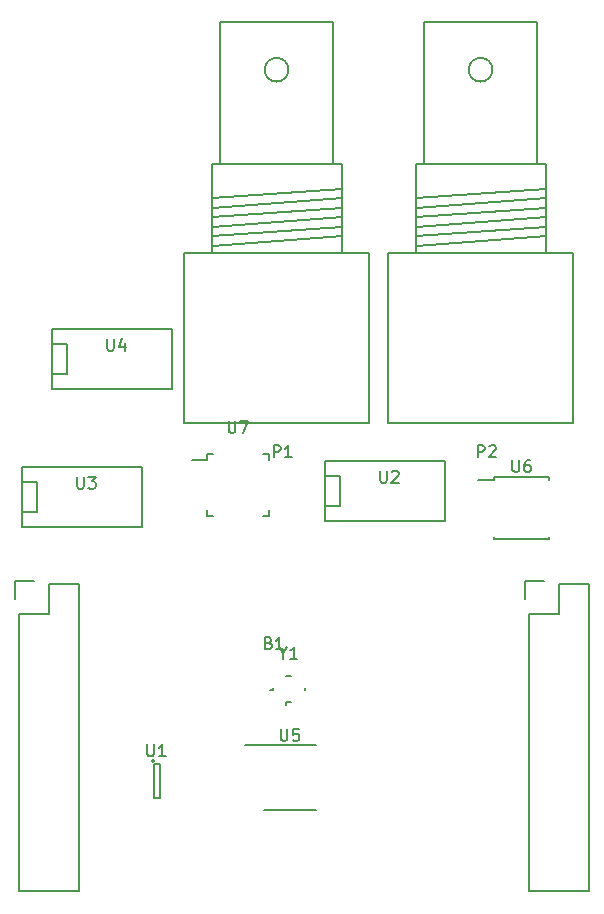
<source format=gbr>
G04 #@! TF.FileFunction,Legend,Top*
%FSLAX46Y46*%
G04 Gerber Fmt 4.6, Leading zero omitted, Abs format (unit mm)*
G04 Created by KiCad (PCBNEW 4.0.1-stable) date Monday, May 09, 2016 'AMt' 09:31:45 AM*
%MOMM*%
G01*
G04 APERTURE LIST*
%ADD10C,0.100000*%
%ADD11C,0.150000*%
G04 APERTURE END LIST*
D10*
D11*
X133604000Y-185039000D02*
X133604000Y-161544000D01*
X138684000Y-185039000D02*
X133604000Y-185039000D01*
X138684000Y-159004000D02*
X138684000Y-185039000D01*
X90424000Y-185039000D02*
X90424000Y-161544000D01*
X95504000Y-185039000D02*
X90424000Y-185039000D01*
X95504000Y-159004000D02*
X95504000Y-185039000D01*
X95504000Y-159004000D02*
X92964000Y-159004000D01*
X91694000Y-158724000D02*
X90144000Y-158724000D01*
X92964000Y-159004000D02*
X92964000Y-161544000D01*
X92964000Y-161544000D02*
X90424000Y-161544000D01*
X90144000Y-158724000D02*
X90144000Y-160274000D01*
X138684000Y-159004000D02*
X136144000Y-159004000D01*
X136144000Y-159004000D02*
X136144000Y-161544000D01*
X133324000Y-158724000D02*
X133324000Y-160274000D01*
X134874000Y-158724000D02*
X133324000Y-158724000D01*
X136144000Y-161544000D02*
X133604000Y-161544000D01*
X138684000Y-159004000D02*
X138684000Y-185039000D01*
X138684000Y-159004000D02*
X136144000Y-159004000D01*
X133604000Y-185039000D02*
X133604000Y-161544000D01*
X138684000Y-185039000D02*
X133604000Y-185039000D01*
X133324000Y-158724000D02*
X133324000Y-160274000D01*
X134874000Y-158724000D02*
X133324000Y-158724000D01*
X136144000Y-161544000D02*
X133604000Y-161544000D01*
X136144000Y-159004000D02*
X136144000Y-161544000D01*
X106768900Y-126375160D02*
X117767100Y-125575060D01*
X106768900Y-127175260D02*
X117767100Y-126375160D01*
X106768900Y-127975360D02*
X117767100Y-127175260D01*
X106768900Y-128775460D02*
X117767100Y-127975360D01*
X106768900Y-129575560D02*
X117767100Y-128775460D01*
X106768900Y-130375660D02*
X117767100Y-129575560D01*
X113268760Y-115476020D02*
G75*
G03X113268760Y-115476020I-1000760J0D01*
G01*
X117068600Y-123477020D02*
X117068600Y-111475520D01*
X117068600Y-111475520D02*
X107467400Y-111475520D01*
X107467400Y-111475520D02*
X107467400Y-123477020D01*
X117767100Y-130975100D02*
X117767100Y-123477020D01*
X117767100Y-123477020D02*
X106768900Y-123477020D01*
X106768900Y-123477020D02*
X106768900Y-130975100D01*
X104467660Y-145376900D02*
X120068340Y-145376900D01*
X120068340Y-145376900D02*
X120068340Y-130975100D01*
X120068340Y-130975100D02*
X104467660Y-130975100D01*
X104467660Y-130975100D02*
X104467660Y-145376900D01*
X124040900Y-126375160D02*
X135039100Y-125575060D01*
X124040900Y-127175260D02*
X135039100Y-126375160D01*
X124040900Y-127975360D02*
X135039100Y-127175260D01*
X124040900Y-128775460D02*
X135039100Y-127975360D01*
X124040900Y-129575560D02*
X135039100Y-128775460D01*
X124040900Y-130375660D02*
X135039100Y-129575560D01*
X130540760Y-115476020D02*
G75*
G03X130540760Y-115476020I-1000760J0D01*
G01*
X134340600Y-123477020D02*
X134340600Y-111475520D01*
X134340600Y-111475520D02*
X124739400Y-111475520D01*
X124739400Y-111475520D02*
X124739400Y-123477020D01*
X135039100Y-130975100D02*
X135039100Y-123477020D01*
X135039100Y-123477020D02*
X124040900Y-123477020D01*
X124040900Y-123477020D02*
X124040900Y-130975100D01*
X121739660Y-145376900D02*
X137340340Y-145376900D01*
X137340340Y-145376900D02*
X137340340Y-130975100D01*
X137340340Y-130975100D02*
X121739660Y-130975100D01*
X121739660Y-130975100D02*
X121739660Y-145376900D01*
X101908000Y-174002000D02*
G75*
G03X101908000Y-174002000I-100000J0D01*
G01*
X102358000Y-174252000D02*
X101858000Y-174252000D01*
X102358000Y-177152000D02*
X102358000Y-174252000D01*
X101858000Y-177152000D02*
X102358000Y-177152000D01*
X101858000Y-174252000D02*
X101858000Y-177152000D01*
X116332000Y-148590000D02*
X116332000Y-153670000D01*
X116332000Y-153670000D02*
X126492000Y-153670000D01*
X126492000Y-153670000D02*
X126492000Y-148590000D01*
X126492000Y-148590000D02*
X116332000Y-148590000D01*
X116332000Y-149860000D02*
X117602000Y-149860000D01*
X117602000Y-149860000D02*
X117602000Y-152400000D01*
X117602000Y-152400000D02*
X116332000Y-152400000D01*
X90678000Y-149098000D02*
X90678000Y-154178000D01*
X90678000Y-154178000D02*
X100838000Y-154178000D01*
X100838000Y-154178000D02*
X100838000Y-149098000D01*
X100838000Y-149098000D02*
X90678000Y-149098000D01*
X90678000Y-150368000D02*
X91948000Y-150368000D01*
X91948000Y-150368000D02*
X91948000Y-152908000D01*
X91948000Y-152908000D02*
X90678000Y-152908000D01*
X93218000Y-137414000D02*
X93218000Y-142494000D01*
X93218000Y-142494000D02*
X103378000Y-142494000D01*
X103378000Y-142494000D02*
X103378000Y-137414000D01*
X103378000Y-137414000D02*
X93218000Y-137414000D01*
X93218000Y-138684000D02*
X94488000Y-138684000D01*
X94488000Y-138684000D02*
X94488000Y-141224000D01*
X94488000Y-141224000D02*
X93218000Y-141224000D01*
X111182000Y-178138000D02*
X115582000Y-178138000D01*
X109607000Y-172688000D02*
X115582000Y-172688000D01*
X130673000Y-149999000D02*
X130673000Y-150224000D01*
X135323000Y-149999000D02*
X135323000Y-150224000D01*
X135323000Y-155249000D02*
X135323000Y-155024000D01*
X130673000Y-155249000D02*
X130673000Y-155024000D01*
X130673000Y-149999000D02*
X135323000Y-149999000D01*
X130673000Y-155249000D02*
X135323000Y-155249000D01*
X130673000Y-150224000D02*
X129323000Y-150224000D01*
X106341000Y-147997000D02*
X106341000Y-148507000D01*
X111591000Y-147997000D02*
X111591000Y-148507000D01*
X111591000Y-153247000D02*
X111591000Y-152737000D01*
X106341000Y-153247000D02*
X106341000Y-152737000D01*
X106341000Y-147997000D02*
X106851000Y-147997000D01*
X106341000Y-153247000D02*
X106851000Y-153247000D01*
X111591000Y-153247000D02*
X111081000Y-153247000D01*
X111591000Y-147997000D02*
X111081000Y-147997000D01*
X106341000Y-148507000D02*
X105116000Y-148507000D01*
X111934000Y-167994000D02*
X111684000Y-167994000D01*
X113084000Y-168994000D02*
X113084000Y-169294000D01*
X113484000Y-168994000D02*
X113084000Y-168994000D01*
X113084000Y-166794000D02*
X113484000Y-166794000D01*
X114634000Y-167994000D02*
X114634000Y-167794000D01*
X111934000Y-167994000D02*
X111934000Y-167794000D01*
X111609239Y-164012571D02*
X111752096Y-164060190D01*
X111799715Y-164107810D01*
X111847334Y-164203048D01*
X111847334Y-164345905D01*
X111799715Y-164441143D01*
X111752096Y-164488762D01*
X111656858Y-164536381D01*
X111275905Y-164536381D01*
X111275905Y-163536381D01*
X111609239Y-163536381D01*
X111704477Y-163584000D01*
X111752096Y-163631619D01*
X111799715Y-163726857D01*
X111799715Y-163822095D01*
X111752096Y-163917333D01*
X111704477Y-163964952D01*
X111609239Y-164012571D01*
X111275905Y-164012571D01*
X112799715Y-164536381D02*
X112228286Y-164536381D01*
X112514000Y-164536381D02*
X112514000Y-163536381D01*
X112418762Y-163679238D01*
X112323524Y-163774476D01*
X112228286Y-163822095D01*
X112037905Y-148280381D02*
X112037905Y-147280381D01*
X112418858Y-147280381D01*
X112514096Y-147328000D01*
X112561715Y-147375619D01*
X112609334Y-147470857D01*
X112609334Y-147613714D01*
X112561715Y-147708952D01*
X112514096Y-147756571D01*
X112418858Y-147804190D01*
X112037905Y-147804190D01*
X113561715Y-148280381D02*
X112990286Y-148280381D01*
X113276000Y-148280381D02*
X113276000Y-147280381D01*
X113180762Y-147423238D01*
X113085524Y-147518476D01*
X112990286Y-147566095D01*
X129309905Y-148280381D02*
X129309905Y-147280381D01*
X129690858Y-147280381D01*
X129786096Y-147328000D01*
X129833715Y-147375619D01*
X129881334Y-147470857D01*
X129881334Y-147613714D01*
X129833715Y-147708952D01*
X129786096Y-147756571D01*
X129690858Y-147804190D01*
X129309905Y-147804190D01*
X130262286Y-147375619D02*
X130309905Y-147328000D01*
X130405143Y-147280381D01*
X130643239Y-147280381D01*
X130738477Y-147328000D01*
X130786096Y-147375619D01*
X130833715Y-147470857D01*
X130833715Y-147566095D01*
X130786096Y-147708952D01*
X130214667Y-148280381D01*
X130833715Y-148280381D01*
X101296095Y-172604381D02*
X101296095Y-173413905D01*
X101343714Y-173509143D01*
X101391333Y-173556762D01*
X101486571Y-173604381D01*
X101677048Y-173604381D01*
X101772286Y-173556762D01*
X101819905Y-173509143D01*
X101867524Y-173413905D01*
X101867524Y-172604381D01*
X102867524Y-173604381D02*
X102296095Y-173604381D01*
X102581809Y-173604381D02*
X102581809Y-172604381D01*
X102486571Y-172747238D01*
X102391333Y-172842476D01*
X102296095Y-172890095D01*
X121031095Y-149439381D02*
X121031095Y-150248905D01*
X121078714Y-150344143D01*
X121126333Y-150391762D01*
X121221571Y-150439381D01*
X121412048Y-150439381D01*
X121507286Y-150391762D01*
X121554905Y-150344143D01*
X121602524Y-150248905D01*
X121602524Y-149439381D01*
X122031095Y-149534619D02*
X122078714Y-149487000D01*
X122173952Y-149439381D01*
X122412048Y-149439381D01*
X122507286Y-149487000D01*
X122554905Y-149534619D01*
X122602524Y-149629857D01*
X122602524Y-149725095D01*
X122554905Y-149867952D01*
X121983476Y-150439381D01*
X122602524Y-150439381D01*
X95377095Y-149947381D02*
X95377095Y-150756905D01*
X95424714Y-150852143D01*
X95472333Y-150899762D01*
X95567571Y-150947381D01*
X95758048Y-150947381D01*
X95853286Y-150899762D01*
X95900905Y-150852143D01*
X95948524Y-150756905D01*
X95948524Y-149947381D01*
X96329476Y-149947381D02*
X96948524Y-149947381D01*
X96615190Y-150328333D01*
X96758048Y-150328333D01*
X96853286Y-150375952D01*
X96900905Y-150423571D01*
X96948524Y-150518810D01*
X96948524Y-150756905D01*
X96900905Y-150852143D01*
X96853286Y-150899762D01*
X96758048Y-150947381D01*
X96472333Y-150947381D01*
X96377095Y-150899762D01*
X96329476Y-150852143D01*
X97917095Y-138263381D02*
X97917095Y-139072905D01*
X97964714Y-139168143D01*
X98012333Y-139215762D01*
X98107571Y-139263381D01*
X98298048Y-139263381D01*
X98393286Y-139215762D01*
X98440905Y-139168143D01*
X98488524Y-139072905D01*
X98488524Y-138263381D01*
X99393286Y-138596714D02*
X99393286Y-139263381D01*
X99155190Y-138215762D02*
X98917095Y-138930048D01*
X99536143Y-138930048D01*
X112620095Y-171315381D02*
X112620095Y-172124905D01*
X112667714Y-172220143D01*
X112715333Y-172267762D01*
X112810571Y-172315381D01*
X113001048Y-172315381D01*
X113096286Y-172267762D01*
X113143905Y-172220143D01*
X113191524Y-172124905D01*
X113191524Y-171315381D01*
X114143905Y-171315381D02*
X113667714Y-171315381D01*
X113620095Y-171791571D01*
X113667714Y-171743952D01*
X113762952Y-171696333D01*
X114001048Y-171696333D01*
X114096286Y-171743952D01*
X114143905Y-171791571D01*
X114191524Y-171886810D01*
X114191524Y-172124905D01*
X114143905Y-172220143D01*
X114096286Y-172267762D01*
X114001048Y-172315381D01*
X113762952Y-172315381D01*
X113667714Y-172267762D01*
X113620095Y-172220143D01*
X132236095Y-148526381D02*
X132236095Y-149335905D01*
X132283714Y-149431143D01*
X132331333Y-149478762D01*
X132426571Y-149526381D01*
X132617048Y-149526381D01*
X132712286Y-149478762D01*
X132759905Y-149431143D01*
X132807524Y-149335905D01*
X132807524Y-148526381D01*
X133712286Y-148526381D02*
X133521809Y-148526381D01*
X133426571Y-148574000D01*
X133378952Y-148621619D01*
X133283714Y-148764476D01*
X133236095Y-148954952D01*
X133236095Y-149335905D01*
X133283714Y-149431143D01*
X133331333Y-149478762D01*
X133426571Y-149526381D01*
X133617048Y-149526381D01*
X133712286Y-149478762D01*
X133759905Y-149431143D01*
X133807524Y-149335905D01*
X133807524Y-149097810D01*
X133759905Y-149002571D01*
X133712286Y-148954952D01*
X133617048Y-148907333D01*
X133426571Y-148907333D01*
X133331333Y-148954952D01*
X133283714Y-149002571D01*
X133236095Y-149097810D01*
X108204095Y-145224381D02*
X108204095Y-146033905D01*
X108251714Y-146129143D01*
X108299333Y-146176762D01*
X108394571Y-146224381D01*
X108585048Y-146224381D01*
X108680286Y-146176762D01*
X108727905Y-146129143D01*
X108775524Y-146033905D01*
X108775524Y-145224381D01*
X109156476Y-145224381D02*
X109823143Y-145224381D01*
X109394571Y-146224381D01*
X112807809Y-164870190D02*
X112807809Y-165346381D01*
X112474476Y-164346381D02*
X112807809Y-164870190D01*
X113141143Y-164346381D01*
X113998286Y-165346381D02*
X113426857Y-165346381D01*
X113712571Y-165346381D02*
X113712571Y-164346381D01*
X113617333Y-164489238D01*
X113522095Y-164584476D01*
X113426857Y-164632095D01*
M02*

</source>
